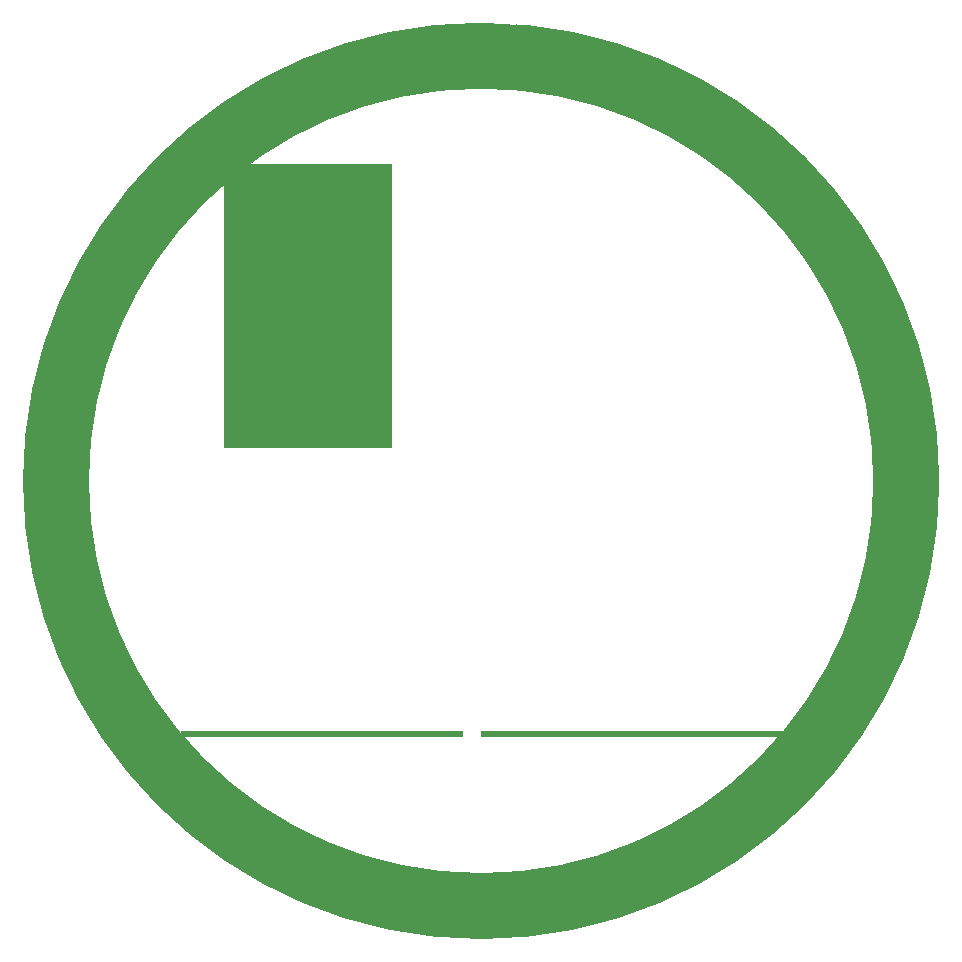
<source format=gbr>
%TF.GenerationSoftware,Altium Limited,Altium Designer,18.1.6 (161)*%
G04 Layer_Color=16711935*
%FSLAX25Y25*%
%MOIN*%
%TF.FileFunction,Keep-out,Top*%
%TF.Part,Single*%
G01*
G75*
%TA.AperFunction,NonConductor*%
%ADD71C,0.22000*%
%ADD72R,1.00539X0.02000*%
%ADD73R,0.94193X0.02000*%
%ADD74R,0.56298X0.94500*%
D71*
X456693Y314961D02*
G03*
X456693Y314961I-141732J0D01*
G01*
D72*
X365230Y230500D02*
D03*
D73*
X261856D02*
D03*
D74*
X257149Y373171D02*
D03*
%TF.MD5,a6a183a43e4cb45bb121b24087f64bc9*%
M02*

</source>
